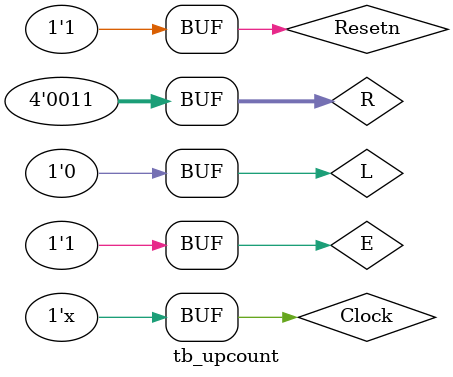
<source format=v>
module tb_upcount;

reg [3:0] R;
reg Clock,Resetn,L,E;
wire [3:0] Q;

upcount uc (R, Resetn, Clock, E, L, Q);

initial begin
Clock = 0;
Resetn = 1;
R = 3;
#10 Resetn = 0;
#10 Resetn = 1;

#10 E=1;
#50
#10 L=1;
#30 L=0;

end


always begin
#5 Clock = ~Clock;
end


endmodule

</source>
